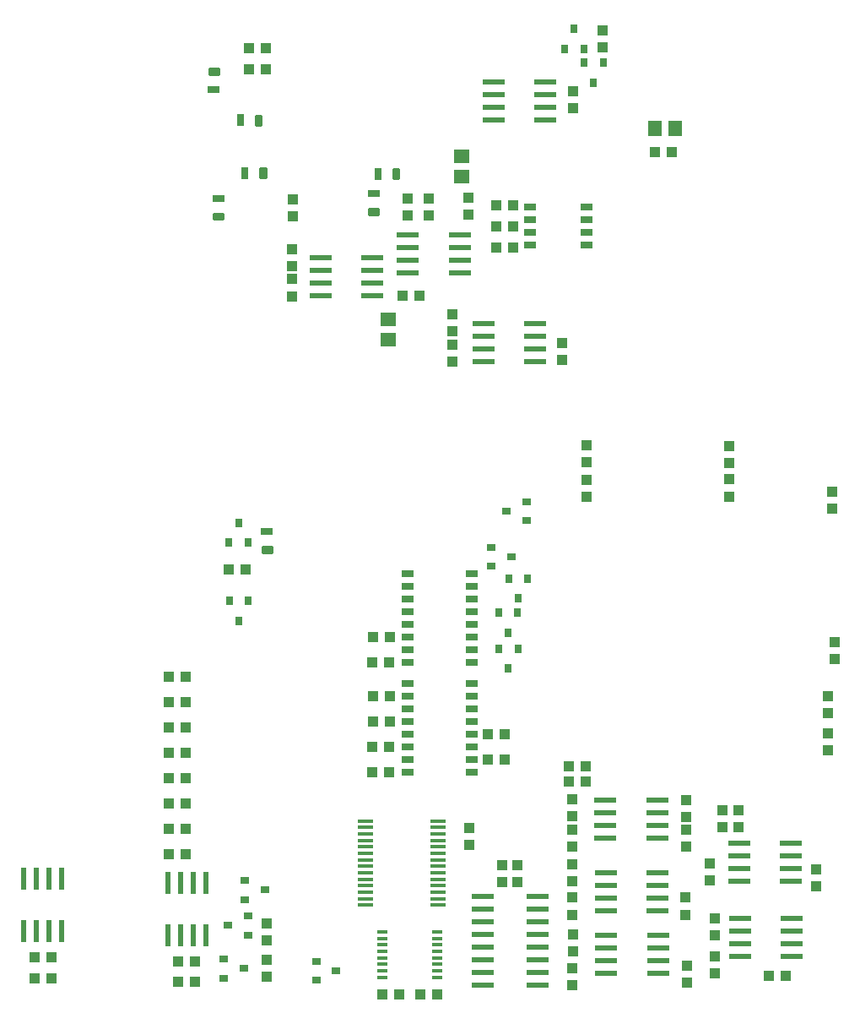
<source format=gbr>
G04 EAGLE Gerber RS-274X export*
G75*
%MOMM*%
%FSLAX34Y34*%
%LPD*%
%INSolderpaste Bottom*%
%IPPOS*%
%AMOC8*
5,1,8,0,0,1.08239X$1,22.5*%
G01*
%ADD10R,1.000000X1.100000*%
%ADD11R,1.400000X1.500000*%
%ADD12R,1.100000X1.000000*%
%ADD13R,0.600000X2.200000*%
%ADD14R,0.800000X0.900000*%
%ADD15R,0.900000X0.800000*%
%ADD16R,0.800000X1.200000*%
%ADD17C,0.240000*%
%ADD18R,1.200000X0.800000*%
%ADD19R,1.500000X1.400000*%
%ADD20R,2.200000X0.600000*%
%ADD21R,1.270000X0.760000*%
%ADD22R,1.100000X0.450000*%
%ADD23R,1.500000X0.400000*%


D10*
X656590Y199000D03*
X656590Y182000D03*
X656590Y211972D03*
X656590Y228972D03*
X770636Y198746D03*
X770636Y181746D03*
X770636Y211718D03*
X770636Y228718D03*
D11*
X759804Y901700D03*
X739304Y901700D03*
D10*
X795020Y147710D03*
X795020Y164710D03*
X813816Y566556D03*
X813816Y583556D03*
X814324Y549774D03*
X814324Y532774D03*
X917448Y537582D03*
X917448Y520582D03*
X671068Y566810D03*
X671068Y583810D03*
X671068Y549520D03*
X671068Y532520D03*
D12*
X597780Y782574D03*
X580780Y782574D03*
X580780Y824738D03*
X597780Y824738D03*
D10*
X536702Y715382D03*
X536702Y698382D03*
X646684Y669426D03*
X646684Y686426D03*
X536702Y685156D03*
X536702Y668156D03*
D12*
X277994Y46482D03*
X260994Y46482D03*
X277994Y67056D03*
X260994Y67056D03*
X504580Y33528D03*
X521580Y33528D03*
X133976Y70866D03*
X116976Y70866D03*
X133976Y50038D03*
X116976Y50038D03*
D10*
X375666Y780660D03*
X375666Y763660D03*
D12*
X486546Y734060D03*
X503546Y734060D03*
D10*
X375666Y750434D03*
X375666Y733434D03*
D12*
X482972Y33528D03*
X465972Y33528D03*
D10*
X586232Y163186D03*
X586232Y146186D03*
X601726Y163186D03*
X601726Y146186D03*
X553466Y183778D03*
X553466Y200778D03*
X656590Y164202D03*
X656590Y147202D03*
X769874Y113674D03*
X769874Y130674D03*
X656844Y113674D03*
X656844Y130674D03*
X823214Y201558D03*
X823214Y218558D03*
X807720Y201558D03*
X807720Y218558D03*
X799592Y110100D03*
X799592Y93100D03*
X901192Y159122D03*
X901192Y142122D03*
D12*
X652916Y262382D03*
X669916Y262382D03*
X652916Y247142D03*
X669916Y247142D03*
D10*
X657098Y93844D03*
X657098Y76844D03*
X771398Y45348D03*
X771398Y62348D03*
X656844Y43062D03*
X656844Y60062D03*
D12*
X854084Y52578D03*
X871084Y52578D03*
D10*
X799338Y54746D03*
X799338Y71746D03*
D13*
X131572Y97444D03*
X131572Y149444D03*
X144272Y97444D03*
X118872Y97444D03*
X106172Y97444D03*
X144272Y149444D03*
X118872Y149444D03*
X106172Y149444D03*
X276098Y93126D03*
X276098Y145126D03*
X288798Y93126D03*
X263398Y93126D03*
X250698Y93126D03*
X288798Y145126D03*
X263398Y145126D03*
X250698Y145126D03*
D14*
X611988Y450690D03*
X592988Y450690D03*
X602488Y430690D03*
X601828Y416400D03*
X582828Y416400D03*
X592328Y396400D03*
X602082Y380332D03*
X583082Y380332D03*
X592582Y360332D03*
D15*
X575470Y481940D03*
X575470Y462940D03*
X595470Y472440D03*
D16*
X461662Y856234D03*
D17*
X476862Y851434D02*
X482462Y851434D01*
X476862Y851434D02*
X476862Y861034D01*
X482462Y861034D01*
X482462Y851434D01*
X482462Y853714D02*
X476862Y853714D01*
X476862Y855994D02*
X482462Y855994D01*
X482462Y858274D02*
X476862Y858274D01*
X476862Y860554D02*
X482462Y860554D01*
D18*
X297180Y940706D03*
D17*
X301980Y955906D02*
X301980Y961506D01*
X301980Y955906D02*
X292380Y955906D01*
X292380Y961506D01*
X301980Y961506D01*
X301980Y958186D02*
X292380Y958186D01*
X292380Y960466D02*
X301980Y960466D01*
D16*
X323740Y909828D03*
D17*
X338940Y905028D02*
X344540Y905028D01*
X338940Y905028D02*
X338940Y914628D01*
X344540Y914628D01*
X344540Y905028D01*
X344540Y907308D02*
X338940Y907308D01*
X338940Y909588D02*
X344540Y909588D01*
X344540Y911868D02*
X338940Y911868D01*
X338940Y914148D02*
X344540Y914148D01*
D18*
X457454Y836024D03*
D17*
X452654Y820824D02*
X452654Y815224D01*
X452654Y820824D02*
X462254Y820824D01*
X462254Y815224D01*
X452654Y815224D01*
X452654Y817504D02*
X462254Y817504D01*
X462254Y819784D02*
X452654Y819784D01*
D16*
X328566Y856996D03*
D17*
X343766Y852196D02*
X349366Y852196D01*
X343766Y852196D02*
X343766Y861796D01*
X349366Y861796D01*
X349366Y852196D01*
X349366Y854476D02*
X343766Y854476D01*
X343766Y856756D02*
X349366Y856756D01*
X349366Y859036D02*
X343766Y859036D01*
X343766Y861316D02*
X349366Y861316D01*
D18*
X301498Y831452D03*
D17*
X296698Y816252D02*
X296698Y810652D01*
X296698Y816252D02*
X306298Y816252D01*
X306298Y810652D01*
X296698Y810652D01*
X296698Y812932D02*
X306298Y812932D01*
X306298Y815212D02*
X296698Y815212D01*
D18*
X350520Y497696D03*
D17*
X345720Y482496D02*
X345720Y476896D01*
X345720Y482496D02*
X355320Y482496D01*
X355320Y476896D01*
X345720Y476896D01*
X345720Y479176D02*
X355320Y479176D01*
X355320Y481456D02*
X345720Y481456D01*
D15*
X306992Y69190D03*
X306992Y50190D03*
X326992Y59690D03*
X328582Y147930D03*
X328582Y128930D03*
X348582Y138430D03*
D14*
X331572Y428338D03*
X312572Y428338D03*
X322072Y408338D03*
X687680Y967326D03*
X668680Y967326D03*
X678180Y947326D03*
X649122Y981362D03*
X668122Y981362D03*
X658622Y1001362D03*
D19*
X546100Y873596D03*
X546100Y853096D03*
X472440Y689520D03*
X472440Y710020D03*
D15*
X399956Y66904D03*
X399956Y47904D03*
X419956Y57404D03*
D14*
X312318Y486570D03*
X331318Y486570D03*
X321818Y506570D03*
D15*
X331564Y93370D03*
X331564Y112370D03*
X311564Y102870D03*
D10*
X513080Y813952D03*
X513080Y830952D03*
D12*
X332114Y961136D03*
X349114Y961136D03*
D10*
X491744Y830952D03*
X491744Y813952D03*
X376174Y813190D03*
X376174Y830190D03*
X350520Y87766D03*
X350520Y104766D03*
X350266Y68444D03*
X350266Y51444D03*
D12*
X329302Y459740D03*
X312302Y459740D03*
D10*
X919734Y369960D03*
X919734Y386960D03*
D12*
X597780Y803656D03*
X580780Y803656D03*
D10*
X552196Y832476D03*
X552196Y815476D03*
D12*
X251850Y199390D03*
X268850Y199390D03*
X251850Y224790D03*
X268850Y224790D03*
X251850Y250190D03*
X268850Y250190D03*
X251850Y351790D03*
X268850Y351790D03*
X251850Y326390D03*
X268850Y326390D03*
X251850Y300990D03*
X268850Y300990D03*
X251850Y275590D03*
X268850Y275590D03*
X251850Y173990D03*
X268850Y173990D03*
D10*
X913130Y332604D03*
X913130Y315604D03*
X913130Y295012D03*
X913130Y278012D03*
X686816Y983116D03*
X686816Y1000116D03*
X657860Y922156D03*
X657860Y939156D03*
D12*
X456320Y256794D03*
X473320Y256794D03*
X571890Y269494D03*
X588890Y269494D03*
X456320Y282194D03*
X473320Y282194D03*
X571890Y294894D03*
X588890Y294894D03*
X456574Y307594D03*
X473574Y307594D03*
X456574Y332994D03*
X473574Y332994D03*
X456320Y366522D03*
X473320Y366522D03*
X456574Y391922D03*
X473574Y391922D03*
X756784Y877824D03*
X739784Y877824D03*
X349114Y981710D03*
X332114Y981710D03*
D18*
X491232Y256794D03*
X555502Y345694D03*
X491232Y269494D03*
X491232Y282194D03*
X491232Y294894D03*
X491232Y307594D03*
X491232Y320294D03*
X491232Y332994D03*
X491232Y345694D03*
X555502Y332994D03*
X555502Y320294D03*
X555502Y307594D03*
X555502Y294894D03*
X555502Y282194D03*
X555502Y269494D03*
X555502Y256794D03*
X491232Y366776D03*
X555502Y455676D03*
X491232Y379476D03*
X491232Y392176D03*
X491232Y404876D03*
X491232Y417576D03*
X491232Y430276D03*
X491232Y442976D03*
X491232Y455676D03*
X555502Y442976D03*
X555502Y430276D03*
X555502Y417576D03*
X555502Y404876D03*
X555502Y392176D03*
X555502Y379476D03*
X555502Y366776D03*
D15*
X610964Y508406D03*
X610964Y527406D03*
X590964Y517906D03*
D20*
X543906Y782066D03*
X491906Y782066D03*
X543906Y794766D03*
X543906Y769366D03*
X543906Y756666D03*
X491906Y794766D03*
X491906Y769366D03*
X491906Y756666D03*
X619598Y693166D03*
X567598Y693166D03*
X619598Y705866D03*
X619598Y680466D03*
X619598Y667766D03*
X567598Y705866D03*
X567598Y680466D03*
X567598Y667766D03*
X577758Y922782D03*
X629758Y922782D03*
X577758Y910082D03*
X577758Y935482D03*
X577758Y948182D03*
X629758Y910082D03*
X629758Y935482D03*
X629758Y948182D03*
D21*
X671220Y810260D03*
X614020Y810260D03*
X671220Y822960D03*
X671220Y797560D03*
X671220Y784860D03*
X614020Y822960D03*
X614020Y797560D03*
X614020Y784860D03*
D20*
X456022Y759714D03*
X404022Y759714D03*
X456022Y772414D03*
X456022Y747014D03*
X456022Y734314D03*
X404022Y772414D03*
X404022Y747014D03*
X404022Y734314D03*
D22*
X466074Y50910D03*
X466074Y57410D03*
X466074Y63910D03*
X466074Y70410D03*
X466074Y76910D03*
X466074Y83410D03*
X466074Y89910D03*
X466074Y96410D03*
X521430Y96410D03*
X521430Y89910D03*
X521430Y83410D03*
X521430Y76910D03*
X521430Y70410D03*
X521430Y63910D03*
X521430Y57410D03*
X521430Y50910D03*
D20*
X621538Y131826D03*
X566928Y131826D03*
X621538Y119126D03*
X621538Y106426D03*
X566928Y119126D03*
X566928Y106426D03*
X621538Y93726D03*
X566928Y93726D03*
X621538Y81026D03*
X566928Y81026D03*
X621538Y68326D03*
X621538Y55626D03*
X566928Y68326D03*
X566928Y55626D03*
X621538Y42926D03*
X566928Y42926D03*
D23*
X521644Y207604D03*
X521644Y201104D03*
X521644Y194604D03*
X521644Y188104D03*
X521644Y181604D03*
X521644Y175104D03*
X521644Y168604D03*
X521644Y162104D03*
X521644Y155604D03*
X521644Y149104D03*
X521644Y142604D03*
X521644Y136104D03*
X521644Y129604D03*
X521644Y123104D03*
X449144Y123104D03*
X449144Y129604D03*
X449144Y136104D03*
X449144Y142604D03*
X449144Y149104D03*
X449144Y155604D03*
X449144Y162104D03*
X449144Y168604D03*
X449144Y175104D03*
X449144Y181604D03*
X449144Y188104D03*
X449144Y194604D03*
X449144Y201104D03*
X449144Y207604D03*
D20*
X742026Y216154D03*
X690026Y216154D03*
X742026Y228854D03*
X742026Y203454D03*
X742026Y190754D03*
X690026Y228854D03*
X690026Y203454D03*
X690026Y190754D03*
X742280Y143002D03*
X690280Y143002D03*
X742280Y155702D03*
X742280Y130302D03*
X742280Y117602D03*
X690280Y155702D03*
X690280Y130302D03*
X690280Y117602D03*
X875884Y172974D03*
X823884Y172974D03*
X875884Y185674D03*
X875884Y160274D03*
X875884Y147574D03*
X823884Y185674D03*
X823884Y160274D03*
X823884Y147574D03*
X742788Y80010D03*
X690788Y80010D03*
X742788Y92710D03*
X742788Y67310D03*
X742788Y54610D03*
X690788Y92710D03*
X690788Y67310D03*
X690788Y54610D03*
X876900Y97536D03*
X824900Y97536D03*
X876900Y110236D03*
X876900Y84836D03*
X876900Y72136D03*
X824900Y110236D03*
X824900Y84836D03*
X824900Y72136D03*
M02*

</source>
